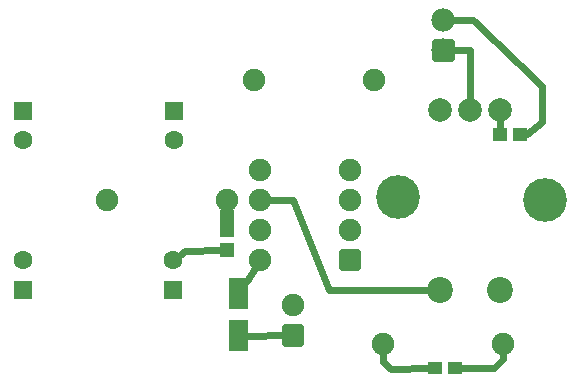
<source format=gtl>
G04 MADE WITH FRITZING*
G04 WWW.FRITZING.ORG*
G04 DOUBLE SIDED*
G04 HOLES PLATED*
G04 CONTOUR ON CENTER OF CONTOUR VECTOR*
%ASAXBY*%
%FSLAX23Y23*%
%MOIN*%
%OFA0B0*%
%SFA1.0B1.0*%
%ADD10C,0.070000*%
%ADD11C,0.086614*%
%ADD12C,0.078740*%
%ADD13C,0.075000*%
%ADD14C,0.145669*%
%ADD15C,0.062992*%
%ADD16C,0.078000*%
%ADD17R,0.047244X0.043307*%
%ADD18R,0.062992X0.062992*%
%ADD19C,0.024000*%
%ADD20C,0.048000*%
%ADD21C,0.020000*%
%ADD22R,0.001000X0.001000*%
%LNCOPPER1*%
G90*
G70*
G54D10*
X1739Y1057D03*
X1639Y1057D03*
X1539Y1057D03*
X1739Y457D03*
X1539Y457D03*
G54D11*
X1739Y457D03*
X1539Y457D03*
G54D12*
X1539Y1057D03*
X1639Y1057D03*
X1739Y1057D03*
G54D13*
X919Y1157D03*
X1319Y1157D03*
X1750Y277D03*
X1350Y277D03*
X829Y757D03*
X429Y757D03*
G54D14*
X1399Y767D03*
X1889Y757D03*
G54D13*
X1050Y307D03*
X1050Y407D03*
G54D15*
X650Y458D03*
X650Y557D03*
X650Y458D03*
X650Y557D03*
X150Y458D03*
X150Y557D03*
X150Y458D03*
X150Y557D03*
X651Y1056D03*
X651Y958D03*
X651Y1056D03*
X651Y958D03*
X150Y1055D03*
X150Y957D03*
X150Y1055D03*
X150Y957D03*
G54D13*
X1239Y557D03*
X939Y557D03*
X1239Y657D03*
X939Y657D03*
X1239Y757D03*
X939Y757D03*
X1239Y857D03*
X939Y857D03*
G54D16*
X1550Y1257D03*
X1550Y1357D03*
G54D17*
X1589Y197D03*
X1522Y197D03*
G54D18*
X650Y458D03*
X650Y458D03*
X150Y458D03*
X150Y458D03*
X651Y1056D03*
X651Y1056D03*
X150Y1055D03*
X150Y1055D03*
G54D19*
X924Y533D02*
X895Y488D01*
D02*
X895Y306D02*
X1021Y307D01*
D02*
X1349Y218D02*
X1349Y248D01*
D02*
X1719Y197D02*
X1750Y227D01*
D02*
X1607Y197D02*
X1719Y197D01*
D02*
X1750Y227D02*
X1750Y248D01*
D02*
X813Y590D02*
X688Y587D01*
D02*
X688Y587D02*
X671Y574D01*
G54D20*
D02*
X829Y718D02*
X829Y675D01*
G54D19*
D02*
X1879Y1017D02*
X1879Y1138D01*
D02*
X1830Y978D02*
X1879Y1017D01*
D02*
X1824Y978D02*
X1830Y978D01*
D02*
X1648Y1357D02*
X1580Y1357D01*
D02*
X1879Y1138D02*
X1648Y1357D01*
D02*
X1739Y993D02*
X1739Y1026D01*
D02*
X1377Y196D02*
X1349Y218D01*
D02*
X1504Y197D02*
X1377Y196D01*
D02*
X1048Y757D02*
X1168Y458D01*
D02*
X1168Y458D02*
X1513Y457D01*
D02*
X968Y757D02*
X1048Y757D01*
D02*
X1580Y1257D02*
X1639Y1257D01*
D02*
X1639Y1257D02*
X1639Y1083D01*
G36*
X1782Y956D02*
X1782Y999D01*
X1830Y999D01*
X1830Y956D01*
X1782Y956D01*
G37*
D02*
G36*
X1715Y956D02*
X1715Y999D01*
X1763Y999D01*
X1763Y956D01*
X1715Y956D01*
G37*
D02*
G36*
X851Y634D02*
X807Y634D01*
X807Y681D01*
X851Y681D01*
X851Y634D01*
G37*
D02*
G36*
X851Y567D02*
X807Y567D01*
X807Y614D01*
X851Y614D01*
X851Y567D01*
G37*
D02*
G54D21*
X1022Y334D02*
X1077Y334D01*
X1077Y279D01*
X1022Y279D01*
X1022Y334D01*
D02*
G36*
X837Y357D02*
X900Y357D01*
X900Y254D01*
X837Y254D01*
X837Y357D01*
G37*
D02*
G36*
X837Y498D02*
X900Y498D01*
X900Y396D01*
X837Y396D01*
X837Y498D01*
G37*
D02*
X1211Y530D02*
X1211Y585D01*
X1266Y585D01*
X1266Y530D01*
X1211Y530D01*
D02*
X1521Y1228D02*
X1521Y1286D01*
X1579Y1286D01*
X1579Y1228D01*
X1521Y1228D01*
D02*
G54D22*
X1533Y1092D02*
X1543Y1092D01*
X1633Y1092D02*
X1642Y1092D01*
X1733Y1092D02*
X1742Y1092D01*
X1529Y1091D02*
X1546Y1091D01*
X1629Y1091D02*
X1646Y1091D01*
X1729Y1091D02*
X1746Y1091D01*
X1526Y1090D02*
X1549Y1090D01*
X1626Y1090D02*
X1649Y1090D01*
X1726Y1090D02*
X1749Y1090D01*
X1524Y1089D02*
X1551Y1089D01*
X1624Y1089D02*
X1651Y1089D01*
X1724Y1089D02*
X1751Y1089D01*
X1522Y1088D02*
X1553Y1088D01*
X1622Y1088D02*
X1653Y1088D01*
X1722Y1088D02*
X1753Y1088D01*
X1521Y1087D02*
X1555Y1087D01*
X1620Y1087D02*
X1655Y1087D01*
X1720Y1087D02*
X1755Y1087D01*
X1519Y1086D02*
X1556Y1086D01*
X1619Y1086D02*
X1656Y1086D01*
X1719Y1086D02*
X1756Y1086D01*
X1518Y1085D02*
X1558Y1085D01*
X1618Y1085D02*
X1658Y1085D01*
X1718Y1085D02*
X1758Y1085D01*
X1516Y1084D02*
X1559Y1084D01*
X1616Y1084D02*
X1659Y1084D01*
X1716Y1084D02*
X1759Y1084D01*
X1515Y1083D02*
X1560Y1083D01*
X1615Y1083D02*
X1660Y1083D01*
X1715Y1083D02*
X1760Y1083D01*
X1514Y1082D02*
X1561Y1082D01*
X1614Y1082D02*
X1661Y1082D01*
X1714Y1082D02*
X1761Y1082D01*
X1513Y1081D02*
X1562Y1081D01*
X1613Y1081D02*
X1662Y1081D01*
X1713Y1081D02*
X1762Y1081D01*
X1512Y1080D02*
X1563Y1080D01*
X1612Y1080D02*
X1663Y1080D01*
X1712Y1080D02*
X1763Y1080D01*
X1512Y1079D02*
X1564Y1079D01*
X1611Y1079D02*
X1664Y1079D01*
X1711Y1079D02*
X1764Y1079D01*
X1511Y1078D02*
X1565Y1078D01*
X1611Y1078D02*
X1665Y1078D01*
X1711Y1078D02*
X1765Y1078D01*
X1510Y1077D02*
X1565Y1077D01*
X1610Y1077D02*
X1665Y1077D01*
X1710Y1077D02*
X1765Y1077D01*
X1509Y1076D02*
X1566Y1076D01*
X1609Y1076D02*
X1666Y1076D01*
X1709Y1076D02*
X1766Y1076D01*
X1509Y1075D02*
X1567Y1075D01*
X1609Y1075D02*
X1667Y1075D01*
X1708Y1075D02*
X1767Y1075D01*
X1508Y1074D02*
X1567Y1074D01*
X1608Y1074D02*
X1667Y1074D01*
X1708Y1074D02*
X1767Y1074D01*
X1507Y1073D02*
X1568Y1073D01*
X1607Y1073D02*
X1668Y1073D01*
X1707Y1073D02*
X1768Y1073D01*
X1507Y1072D02*
X1533Y1072D01*
X1543Y1072D02*
X1569Y1072D01*
X1607Y1072D02*
X1632Y1072D01*
X1643Y1072D02*
X1668Y1072D01*
X1707Y1072D02*
X1732Y1072D01*
X1743Y1072D02*
X1768Y1072D01*
X1506Y1071D02*
X1530Y1071D01*
X1546Y1071D02*
X1569Y1071D01*
X1606Y1071D02*
X1629Y1071D01*
X1646Y1071D02*
X1669Y1071D01*
X1706Y1071D02*
X1729Y1071D01*
X1746Y1071D02*
X1769Y1071D01*
X1506Y1070D02*
X1528Y1070D01*
X1548Y1070D02*
X1569Y1070D01*
X1606Y1070D02*
X1628Y1070D01*
X1648Y1070D02*
X1669Y1070D01*
X1706Y1070D02*
X1728Y1070D01*
X1748Y1070D02*
X1769Y1070D01*
X1506Y1069D02*
X1527Y1069D01*
X1549Y1069D02*
X1570Y1069D01*
X1605Y1069D02*
X1626Y1069D01*
X1649Y1069D02*
X1670Y1069D01*
X1705Y1069D02*
X1726Y1069D01*
X1749Y1069D02*
X1770Y1069D01*
X1505Y1068D02*
X1526Y1068D01*
X1550Y1068D02*
X1570Y1068D01*
X1605Y1068D02*
X1625Y1068D01*
X1650Y1068D02*
X1670Y1068D01*
X1705Y1068D02*
X1725Y1068D01*
X1750Y1068D02*
X1770Y1068D01*
X1505Y1067D02*
X1525Y1067D01*
X1551Y1067D02*
X1571Y1067D01*
X1605Y1067D02*
X1625Y1067D01*
X1651Y1067D02*
X1671Y1067D01*
X1705Y1067D02*
X1725Y1067D01*
X1751Y1067D02*
X1771Y1067D01*
X1504Y1066D02*
X1524Y1066D01*
X1551Y1066D02*
X1571Y1066D01*
X1604Y1066D02*
X1624Y1066D01*
X1651Y1066D02*
X1671Y1066D01*
X1704Y1066D02*
X1724Y1066D01*
X1751Y1066D02*
X1771Y1066D01*
X1504Y1065D02*
X1524Y1065D01*
X1552Y1065D02*
X1571Y1065D01*
X1604Y1065D02*
X1624Y1065D01*
X1652Y1065D02*
X1671Y1065D01*
X1704Y1065D02*
X1724Y1065D01*
X1752Y1065D02*
X1771Y1065D01*
X1504Y1064D02*
X1523Y1064D01*
X1552Y1064D02*
X1571Y1064D01*
X1604Y1064D02*
X1623Y1064D01*
X1652Y1064D02*
X1671Y1064D01*
X1704Y1064D02*
X1723Y1064D01*
X1752Y1064D02*
X1771Y1064D01*
X1504Y1063D02*
X1523Y1063D01*
X1552Y1063D02*
X1572Y1063D01*
X1604Y1063D02*
X1623Y1063D01*
X1652Y1063D02*
X1672Y1063D01*
X1704Y1063D02*
X1723Y1063D01*
X1752Y1063D02*
X1772Y1063D01*
X1504Y1062D02*
X1523Y1062D01*
X1553Y1062D02*
X1572Y1062D01*
X1604Y1062D02*
X1623Y1062D01*
X1653Y1062D02*
X1672Y1062D01*
X1703Y1062D02*
X1723Y1062D01*
X1753Y1062D02*
X1772Y1062D01*
X1503Y1061D02*
X1522Y1061D01*
X1553Y1061D02*
X1572Y1061D01*
X1603Y1061D02*
X1622Y1061D01*
X1653Y1061D02*
X1672Y1061D01*
X1703Y1061D02*
X1722Y1061D01*
X1753Y1061D02*
X1772Y1061D01*
X1503Y1060D02*
X1522Y1060D01*
X1553Y1060D02*
X1572Y1060D01*
X1603Y1060D02*
X1622Y1060D01*
X1653Y1060D02*
X1672Y1060D01*
X1703Y1060D02*
X1722Y1060D01*
X1753Y1060D02*
X1772Y1060D01*
X1503Y1059D02*
X1522Y1059D01*
X1553Y1059D02*
X1572Y1059D01*
X1603Y1059D02*
X1622Y1059D01*
X1653Y1059D02*
X1672Y1059D01*
X1703Y1059D02*
X1722Y1059D01*
X1753Y1059D02*
X1772Y1059D01*
X1503Y1058D02*
X1522Y1058D01*
X1553Y1058D02*
X1572Y1058D01*
X1603Y1058D02*
X1622Y1058D01*
X1653Y1058D02*
X1672Y1058D01*
X1703Y1058D02*
X1722Y1058D01*
X1753Y1058D02*
X1772Y1058D01*
X1503Y1057D02*
X1522Y1057D01*
X1553Y1057D02*
X1572Y1057D01*
X1603Y1057D02*
X1622Y1057D01*
X1653Y1057D02*
X1672Y1057D01*
X1703Y1057D02*
X1722Y1057D01*
X1753Y1057D02*
X1772Y1057D01*
X1503Y1056D02*
X1522Y1056D01*
X1553Y1056D02*
X1572Y1056D01*
X1603Y1056D02*
X1622Y1056D01*
X1653Y1056D02*
X1672Y1056D01*
X1703Y1056D02*
X1722Y1056D01*
X1753Y1056D02*
X1772Y1056D01*
X1503Y1055D02*
X1522Y1055D01*
X1553Y1055D02*
X1572Y1055D01*
X1603Y1055D02*
X1622Y1055D01*
X1653Y1055D02*
X1672Y1055D01*
X1703Y1055D02*
X1722Y1055D01*
X1753Y1055D02*
X1772Y1055D01*
X1503Y1054D02*
X1522Y1054D01*
X1553Y1054D02*
X1572Y1054D01*
X1603Y1054D02*
X1622Y1054D01*
X1653Y1054D02*
X1672Y1054D01*
X1703Y1054D02*
X1722Y1054D01*
X1753Y1054D02*
X1772Y1054D01*
X1504Y1053D02*
X1523Y1053D01*
X1553Y1053D02*
X1572Y1053D01*
X1604Y1053D02*
X1623Y1053D01*
X1653Y1053D02*
X1672Y1053D01*
X1703Y1053D02*
X1723Y1053D01*
X1753Y1053D02*
X1772Y1053D01*
X1504Y1052D02*
X1523Y1052D01*
X1552Y1052D02*
X1572Y1052D01*
X1604Y1052D02*
X1623Y1052D01*
X1652Y1052D02*
X1672Y1052D01*
X1704Y1052D02*
X1723Y1052D01*
X1752Y1052D02*
X1772Y1052D01*
X1504Y1051D02*
X1523Y1051D01*
X1552Y1051D02*
X1571Y1051D01*
X1604Y1051D02*
X1623Y1051D01*
X1652Y1051D02*
X1671Y1051D01*
X1704Y1051D02*
X1723Y1051D01*
X1752Y1051D02*
X1771Y1051D01*
X1504Y1050D02*
X1524Y1050D01*
X1552Y1050D02*
X1571Y1050D01*
X1604Y1050D02*
X1624Y1050D01*
X1652Y1050D02*
X1671Y1050D01*
X1704Y1050D02*
X1724Y1050D01*
X1752Y1050D02*
X1771Y1050D01*
X1504Y1049D02*
X1524Y1049D01*
X1551Y1049D02*
X1571Y1049D01*
X1604Y1049D02*
X1624Y1049D01*
X1651Y1049D02*
X1671Y1049D01*
X1704Y1049D02*
X1724Y1049D01*
X1751Y1049D02*
X1771Y1049D01*
X1505Y1048D02*
X1525Y1048D01*
X1551Y1048D02*
X1571Y1048D01*
X1605Y1048D02*
X1625Y1048D01*
X1651Y1048D02*
X1671Y1048D01*
X1705Y1048D02*
X1725Y1048D01*
X1751Y1048D02*
X1771Y1048D01*
X1505Y1047D02*
X1526Y1047D01*
X1550Y1047D02*
X1570Y1047D01*
X1605Y1047D02*
X1625Y1047D01*
X1650Y1047D02*
X1670Y1047D01*
X1705Y1047D02*
X1725Y1047D01*
X1750Y1047D02*
X1770Y1047D01*
X1506Y1046D02*
X1527Y1046D01*
X1549Y1046D02*
X1570Y1046D01*
X1605Y1046D02*
X1626Y1046D01*
X1649Y1046D02*
X1670Y1046D01*
X1705Y1046D02*
X1726Y1046D01*
X1749Y1046D02*
X1770Y1046D01*
X1506Y1045D02*
X1528Y1045D01*
X1548Y1045D02*
X1569Y1045D01*
X1606Y1045D02*
X1628Y1045D01*
X1648Y1045D02*
X1669Y1045D01*
X1706Y1045D02*
X1728Y1045D01*
X1748Y1045D02*
X1769Y1045D01*
X1506Y1044D02*
X1530Y1044D01*
X1546Y1044D02*
X1569Y1044D01*
X1606Y1044D02*
X1630Y1044D01*
X1646Y1044D02*
X1669Y1044D01*
X1706Y1044D02*
X1729Y1044D01*
X1746Y1044D02*
X1769Y1044D01*
X1507Y1043D02*
X1533Y1043D01*
X1543Y1043D02*
X1569Y1043D01*
X1607Y1043D02*
X1633Y1043D01*
X1643Y1043D02*
X1668Y1043D01*
X1707Y1043D02*
X1732Y1043D01*
X1743Y1043D02*
X1768Y1043D01*
X1507Y1042D02*
X1568Y1042D01*
X1607Y1042D02*
X1668Y1042D01*
X1707Y1042D02*
X1768Y1042D01*
X1508Y1041D02*
X1567Y1041D01*
X1608Y1041D02*
X1667Y1041D01*
X1708Y1041D02*
X1767Y1041D01*
X1509Y1040D02*
X1567Y1040D01*
X1609Y1040D02*
X1667Y1040D01*
X1708Y1040D02*
X1767Y1040D01*
X1509Y1039D02*
X1566Y1039D01*
X1609Y1039D02*
X1666Y1039D01*
X1709Y1039D02*
X1766Y1039D01*
X1510Y1038D02*
X1565Y1038D01*
X1610Y1038D02*
X1665Y1038D01*
X1710Y1038D02*
X1765Y1038D01*
X1511Y1037D02*
X1565Y1037D01*
X1611Y1037D02*
X1665Y1037D01*
X1711Y1037D02*
X1765Y1037D01*
X1512Y1036D02*
X1564Y1036D01*
X1611Y1036D02*
X1664Y1036D01*
X1711Y1036D02*
X1764Y1036D01*
X1512Y1035D02*
X1563Y1035D01*
X1612Y1035D02*
X1663Y1035D01*
X1712Y1035D02*
X1763Y1035D01*
X1513Y1034D02*
X1562Y1034D01*
X1613Y1034D02*
X1662Y1034D01*
X1713Y1034D02*
X1762Y1034D01*
X1514Y1033D02*
X1561Y1033D01*
X1614Y1033D02*
X1661Y1033D01*
X1714Y1033D02*
X1761Y1033D01*
X1515Y1032D02*
X1560Y1032D01*
X1615Y1032D02*
X1660Y1032D01*
X1715Y1032D02*
X1760Y1032D01*
X1516Y1031D02*
X1559Y1031D01*
X1616Y1031D02*
X1659Y1031D01*
X1716Y1031D02*
X1759Y1031D01*
X1518Y1030D02*
X1558Y1030D01*
X1618Y1030D02*
X1658Y1030D01*
X1718Y1030D02*
X1758Y1030D01*
X1519Y1029D02*
X1556Y1029D01*
X1619Y1029D02*
X1656Y1029D01*
X1719Y1029D02*
X1756Y1029D01*
X1521Y1028D02*
X1555Y1028D01*
X1620Y1028D02*
X1655Y1028D01*
X1720Y1028D02*
X1755Y1028D01*
X1522Y1027D02*
X1553Y1027D01*
X1622Y1027D02*
X1653Y1027D01*
X1722Y1027D02*
X1753Y1027D01*
X1524Y1026D02*
X1551Y1026D01*
X1624Y1026D02*
X1651Y1026D01*
X1724Y1026D02*
X1751Y1026D01*
X1526Y1025D02*
X1549Y1025D01*
X1626Y1025D02*
X1649Y1025D01*
X1726Y1025D02*
X1749Y1025D01*
X1529Y1024D02*
X1546Y1024D01*
X1629Y1024D02*
X1646Y1024D01*
X1729Y1024D02*
X1746Y1024D01*
X1533Y1023D02*
X1543Y1023D01*
X1633Y1023D02*
X1642Y1023D01*
X1733Y1023D02*
X1742Y1023D01*
X1532Y492D02*
X1544Y492D01*
X1732Y492D02*
X1743Y492D01*
X1528Y491D02*
X1547Y491D01*
X1728Y491D02*
X1747Y491D01*
X1526Y490D02*
X1550Y490D01*
X1726Y490D02*
X1750Y490D01*
X1524Y489D02*
X1552Y489D01*
X1723Y489D02*
X1752Y489D01*
X1522Y488D02*
X1554Y488D01*
X1722Y488D02*
X1754Y488D01*
X1520Y487D02*
X1555Y487D01*
X1720Y487D02*
X1755Y487D01*
X1519Y486D02*
X1557Y486D01*
X1719Y486D02*
X1757Y486D01*
X1517Y485D02*
X1558Y485D01*
X1717Y485D02*
X1758Y485D01*
X1516Y484D02*
X1559Y484D01*
X1716Y484D02*
X1759Y484D01*
X1515Y483D02*
X1560Y483D01*
X1715Y483D02*
X1760Y483D01*
X1514Y482D02*
X1561Y482D01*
X1714Y482D02*
X1761Y482D01*
X1513Y481D02*
X1562Y481D01*
X1713Y481D02*
X1762Y481D01*
X1512Y480D02*
X1563Y480D01*
X1712Y480D02*
X1763Y480D01*
X1511Y479D02*
X1564Y479D01*
X1711Y479D02*
X1764Y479D01*
X1511Y478D02*
X1565Y478D01*
X1710Y478D02*
X1765Y478D01*
X1510Y477D02*
X1566Y477D01*
X1710Y477D02*
X1766Y477D01*
X1509Y476D02*
X1566Y476D01*
X1709Y476D02*
X1766Y476D01*
X1508Y475D02*
X1567Y475D01*
X1708Y475D02*
X1767Y475D01*
X1508Y474D02*
X1568Y474D01*
X1708Y474D02*
X1767Y474D01*
X1507Y473D02*
X1568Y473D01*
X1707Y473D02*
X1768Y473D01*
X1507Y472D02*
X1532Y472D01*
X1544Y472D02*
X1569Y472D01*
X1707Y472D02*
X1732Y472D01*
X1744Y472D02*
X1769Y472D01*
X1506Y471D02*
X1529Y471D01*
X1546Y471D02*
X1569Y471D01*
X1706Y471D02*
X1729Y471D01*
X1746Y471D02*
X1769Y471D01*
X1506Y470D02*
X1527Y470D01*
X1548Y470D02*
X1570Y470D01*
X1706Y470D02*
X1727Y470D01*
X1748Y470D02*
X1769Y470D01*
X1505Y469D02*
X1526Y469D01*
X1549Y469D02*
X1570Y469D01*
X1705Y469D02*
X1726Y469D01*
X1749Y469D02*
X1770Y469D01*
X1505Y468D02*
X1525Y468D01*
X1550Y468D02*
X1570Y468D01*
X1705Y468D02*
X1725Y468D01*
X1750Y468D02*
X1770Y468D01*
X1505Y467D02*
X1525Y467D01*
X1551Y467D02*
X1571Y467D01*
X1705Y467D02*
X1725Y467D01*
X1751Y467D02*
X1771Y467D01*
X1504Y466D02*
X1524Y466D01*
X1551Y466D02*
X1571Y466D01*
X1704Y466D02*
X1724Y466D01*
X1751Y466D02*
X1771Y466D01*
X1504Y465D02*
X1524Y465D01*
X1552Y465D02*
X1571Y465D01*
X1704Y465D02*
X1723Y465D01*
X1752Y465D02*
X1771Y465D01*
X1504Y464D02*
X1523Y464D01*
X1552Y464D02*
X1572Y464D01*
X1704Y464D02*
X1723Y464D01*
X1752Y464D02*
X1771Y464D01*
X1504Y463D02*
X1523Y463D01*
X1553Y463D02*
X1572Y463D01*
X1704Y463D02*
X1723Y463D01*
X1752Y463D02*
X1772Y463D01*
X1504Y462D02*
X1523Y462D01*
X1553Y462D02*
X1572Y462D01*
X1703Y462D02*
X1723Y462D01*
X1753Y462D02*
X1772Y462D01*
X1503Y461D02*
X1522Y461D01*
X1553Y461D02*
X1572Y461D01*
X1703Y461D02*
X1722Y461D01*
X1753Y461D02*
X1772Y461D01*
X1503Y460D02*
X1522Y460D01*
X1553Y460D02*
X1572Y460D01*
X1703Y460D02*
X1722Y460D01*
X1753Y460D02*
X1772Y460D01*
X1503Y459D02*
X1522Y459D01*
X1553Y459D02*
X1572Y459D01*
X1703Y459D02*
X1722Y459D01*
X1753Y459D02*
X1772Y459D01*
X1503Y458D02*
X1522Y458D01*
X1553Y458D02*
X1572Y458D01*
X1703Y458D02*
X1722Y458D01*
X1753Y458D02*
X1772Y458D01*
X1503Y457D02*
X1522Y457D01*
X1553Y457D02*
X1572Y457D01*
X1703Y457D02*
X1722Y457D01*
X1753Y457D02*
X1772Y457D01*
X1503Y456D02*
X1522Y456D01*
X1553Y456D02*
X1572Y456D01*
X1703Y456D02*
X1722Y456D01*
X1753Y456D02*
X1772Y456D01*
X1503Y455D02*
X1522Y455D01*
X1553Y455D02*
X1572Y455D01*
X1703Y455D02*
X1722Y455D01*
X1753Y455D02*
X1772Y455D01*
X1503Y454D02*
X1523Y454D01*
X1553Y454D02*
X1572Y454D01*
X1703Y454D02*
X1722Y454D01*
X1753Y454D02*
X1772Y454D01*
X1504Y453D02*
X1523Y453D01*
X1553Y453D02*
X1572Y453D01*
X1704Y453D02*
X1723Y453D01*
X1753Y453D02*
X1772Y453D01*
X1504Y452D02*
X1523Y452D01*
X1552Y452D02*
X1572Y452D01*
X1704Y452D02*
X1723Y452D01*
X1752Y452D02*
X1772Y452D01*
X1504Y451D02*
X1523Y451D01*
X1552Y451D02*
X1571Y451D01*
X1704Y451D02*
X1723Y451D01*
X1752Y451D02*
X1771Y451D01*
X1504Y450D02*
X1524Y450D01*
X1552Y450D02*
X1571Y450D01*
X1704Y450D02*
X1724Y450D01*
X1752Y450D02*
X1771Y450D01*
X1505Y449D02*
X1524Y449D01*
X1551Y449D02*
X1571Y449D01*
X1704Y449D02*
X1724Y449D01*
X1751Y449D02*
X1771Y449D01*
X1505Y448D02*
X1525Y448D01*
X1551Y448D02*
X1571Y448D01*
X1705Y448D02*
X1725Y448D01*
X1750Y448D02*
X1770Y448D01*
X1505Y447D02*
X1526Y447D01*
X1550Y447D02*
X1570Y447D01*
X1705Y447D02*
X1726Y447D01*
X1750Y447D02*
X1770Y447D01*
X1506Y446D02*
X1527Y446D01*
X1549Y446D02*
X1570Y446D01*
X1706Y446D02*
X1727Y446D01*
X1749Y446D02*
X1770Y446D01*
X1506Y445D02*
X1528Y445D01*
X1547Y445D02*
X1569Y445D01*
X1706Y445D02*
X1728Y445D01*
X1747Y445D02*
X1769Y445D01*
X1506Y444D02*
X1530Y444D01*
X1545Y444D02*
X1569Y444D01*
X1706Y444D02*
X1730Y444D01*
X1745Y444D02*
X1769Y444D01*
X1507Y443D02*
X1534Y443D01*
X1542Y443D02*
X1568Y443D01*
X1707Y443D02*
X1734Y443D01*
X1742Y443D02*
X1768Y443D01*
X1508Y442D02*
X1568Y442D01*
X1707Y442D02*
X1768Y442D01*
X1508Y441D02*
X1567Y441D01*
X1708Y441D02*
X1767Y441D01*
X1509Y440D02*
X1567Y440D01*
X1709Y440D02*
X1767Y440D01*
X1509Y439D02*
X1566Y439D01*
X1709Y439D02*
X1766Y439D01*
X1510Y438D02*
X1565Y438D01*
X1710Y438D02*
X1765Y438D01*
X1511Y437D02*
X1565Y437D01*
X1711Y437D02*
X1764Y437D01*
X1512Y436D02*
X1564Y436D01*
X1712Y436D02*
X1764Y436D01*
X1513Y435D02*
X1563Y435D01*
X1712Y435D02*
X1763Y435D01*
X1513Y434D02*
X1562Y434D01*
X1713Y434D02*
X1762Y434D01*
X1514Y433D02*
X1561Y433D01*
X1714Y433D02*
X1761Y433D01*
X1516Y432D02*
X1560Y432D01*
X1715Y432D02*
X1760Y432D01*
X1517Y431D02*
X1559Y431D01*
X1717Y431D02*
X1759Y431D01*
X1518Y430D02*
X1557Y430D01*
X1718Y430D02*
X1757Y430D01*
X1519Y429D02*
X1556Y429D01*
X1719Y429D02*
X1756Y429D01*
X1521Y428D02*
X1555Y428D01*
X1721Y428D02*
X1754Y428D01*
X1523Y427D02*
X1553Y427D01*
X1722Y427D02*
X1753Y427D01*
X1524Y426D02*
X1551Y426D01*
X1724Y426D02*
X1751Y426D01*
X1527Y425D02*
X1549Y425D01*
X1727Y425D02*
X1749Y425D01*
X1530Y424D02*
X1546Y424D01*
X1730Y424D02*
X1746Y424D01*
X1534Y423D02*
X1541Y423D01*
X1734Y423D02*
X1741Y423D01*
D02*
G04 End of Copper1*
M02*
</source>
